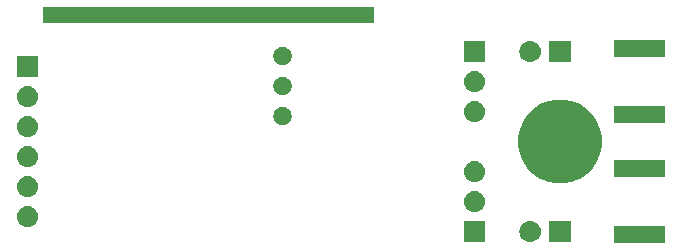
<source format=gbr>
G04 #@! TF.GenerationSoftware,KiCad,Pcbnew,5.1.4-e60b266~84~ubuntu18.04.1*
G04 #@! TF.CreationDate,2019-09-09T22:27:04+10:00*
G04 #@! TF.ProjectId,comparator,636f6d70-6172-4617-946f-722e6b696361,21/06/19*
G04 #@! TF.SameCoordinates,Original*
G04 #@! TF.FileFunction,Soldermask,Bot*
G04 #@! TF.FilePolarity,Negative*
%FSLAX46Y46*%
G04 Gerber Fmt 4.6, Leading zero omitted, Abs format (unit mm)*
G04 Created by KiCad (PCBNEW 5.1.4-e60b266~84~ubuntu18.04.1) date 2019-09-09 22:27:04*
%MOMM*%
%LPD*%
G04 APERTURE LIST*
%ADD10C,0.100000*%
G04 APERTURE END LIST*
D10*
G36*
X153035000Y-87630000D02*
G01*
X125095000Y-87630000D01*
X125095000Y-86360000D01*
X153035000Y-86360000D01*
X153035000Y-87630000D01*
G37*
X153035000Y-87630000D02*
X125095000Y-87630000D01*
X125095000Y-86360000D01*
X153035000Y-86360000D01*
X153035000Y-87630000D01*
G36*
X177792000Y-106421000D02*
G01*
X173490000Y-106421000D01*
X173490000Y-104969000D01*
X177792000Y-104969000D01*
X177792000Y-106421000D01*
X177792000Y-106421000D01*
G37*
G36*
X169811000Y-106311000D02*
G01*
X168009000Y-106311000D01*
X168009000Y-104509000D01*
X169811000Y-104509000D01*
X169811000Y-106311000D01*
X169811000Y-106311000D01*
G37*
G36*
X166480443Y-104515519D02*
G01*
X166546627Y-104522037D01*
X166716466Y-104573557D01*
X166872991Y-104657222D01*
X166908729Y-104686552D01*
X167010186Y-104769814D01*
X167093448Y-104871271D01*
X167122778Y-104907009D01*
X167206443Y-105063534D01*
X167257963Y-105233373D01*
X167275359Y-105410000D01*
X167257963Y-105586627D01*
X167206443Y-105756466D01*
X167122778Y-105912991D01*
X167093448Y-105948729D01*
X167010186Y-106050186D01*
X166908729Y-106133448D01*
X166872991Y-106162778D01*
X166716466Y-106246443D01*
X166546627Y-106297963D01*
X166480442Y-106304482D01*
X166414260Y-106311000D01*
X166325740Y-106311000D01*
X166259558Y-106304482D01*
X166193373Y-106297963D01*
X166023534Y-106246443D01*
X165867009Y-106162778D01*
X165831271Y-106133448D01*
X165729814Y-106050186D01*
X165646552Y-105948729D01*
X165617222Y-105912991D01*
X165533557Y-105756466D01*
X165482037Y-105586627D01*
X165464641Y-105410000D01*
X165482037Y-105233373D01*
X165533557Y-105063534D01*
X165617222Y-104907009D01*
X165646552Y-104871271D01*
X165729814Y-104769814D01*
X165831271Y-104686552D01*
X165867009Y-104657222D01*
X166023534Y-104573557D01*
X166193373Y-104522037D01*
X166259557Y-104515519D01*
X166325740Y-104509000D01*
X166414260Y-104509000D01*
X166480443Y-104515519D01*
X166480443Y-104515519D01*
G37*
G36*
X162572000Y-106311000D02*
G01*
X160770000Y-106311000D01*
X160770000Y-104509000D01*
X162572000Y-104509000D01*
X162572000Y-106311000D01*
X162572000Y-106311000D01*
G37*
G36*
X123935443Y-103245519D02*
G01*
X124001627Y-103252037D01*
X124171466Y-103303557D01*
X124327991Y-103387222D01*
X124363729Y-103416552D01*
X124465186Y-103499814D01*
X124548448Y-103601271D01*
X124577778Y-103637009D01*
X124661443Y-103793534D01*
X124712963Y-103963373D01*
X124730359Y-104140000D01*
X124712963Y-104316627D01*
X124661443Y-104486466D01*
X124577778Y-104642991D01*
X124548448Y-104678729D01*
X124465186Y-104780186D01*
X124363729Y-104863448D01*
X124327991Y-104892778D01*
X124171466Y-104976443D01*
X124001627Y-105027963D01*
X123935442Y-105034482D01*
X123869260Y-105041000D01*
X123780740Y-105041000D01*
X123714557Y-105034481D01*
X123648373Y-105027963D01*
X123478534Y-104976443D01*
X123322009Y-104892778D01*
X123286271Y-104863448D01*
X123184814Y-104780186D01*
X123101552Y-104678729D01*
X123072222Y-104642991D01*
X122988557Y-104486466D01*
X122937037Y-104316627D01*
X122919641Y-104140000D01*
X122937037Y-103963373D01*
X122988557Y-103793534D01*
X123072222Y-103637009D01*
X123101552Y-103601271D01*
X123184814Y-103499814D01*
X123286271Y-103416552D01*
X123322009Y-103387222D01*
X123478534Y-103303557D01*
X123648373Y-103252037D01*
X123714558Y-103245518D01*
X123780740Y-103239000D01*
X123869260Y-103239000D01*
X123935443Y-103245519D01*
X123935443Y-103245519D01*
G37*
G36*
X161781442Y-101975518D02*
G01*
X161847627Y-101982037D01*
X162017466Y-102033557D01*
X162173991Y-102117222D01*
X162209729Y-102146552D01*
X162311186Y-102229814D01*
X162394448Y-102331271D01*
X162423778Y-102367009D01*
X162507443Y-102523534D01*
X162558963Y-102693373D01*
X162576359Y-102870000D01*
X162558963Y-103046627D01*
X162507443Y-103216466D01*
X162423778Y-103372991D01*
X162394448Y-103408729D01*
X162311186Y-103510186D01*
X162209729Y-103593448D01*
X162173991Y-103622778D01*
X162017466Y-103706443D01*
X161847627Y-103757963D01*
X161781443Y-103764481D01*
X161715260Y-103771000D01*
X161626740Y-103771000D01*
X161560557Y-103764481D01*
X161494373Y-103757963D01*
X161324534Y-103706443D01*
X161168009Y-103622778D01*
X161132271Y-103593448D01*
X161030814Y-103510186D01*
X160947552Y-103408729D01*
X160918222Y-103372991D01*
X160834557Y-103216466D01*
X160783037Y-103046627D01*
X160765641Y-102870000D01*
X160783037Y-102693373D01*
X160834557Y-102523534D01*
X160918222Y-102367009D01*
X160947552Y-102331271D01*
X161030814Y-102229814D01*
X161132271Y-102146552D01*
X161168009Y-102117222D01*
X161324534Y-102033557D01*
X161494373Y-101982037D01*
X161560558Y-101975518D01*
X161626740Y-101969000D01*
X161715260Y-101969000D01*
X161781442Y-101975518D01*
X161781442Y-101975518D01*
G37*
G36*
X123935443Y-100705519D02*
G01*
X124001627Y-100712037D01*
X124171466Y-100763557D01*
X124327991Y-100847222D01*
X124350872Y-100866000D01*
X124465186Y-100959814D01*
X124548448Y-101061271D01*
X124577778Y-101097009D01*
X124661443Y-101253534D01*
X124712963Y-101423373D01*
X124730359Y-101600000D01*
X124712963Y-101776627D01*
X124661443Y-101946466D01*
X124577778Y-102102991D01*
X124548448Y-102138729D01*
X124465186Y-102240186D01*
X124363729Y-102323448D01*
X124327991Y-102352778D01*
X124171466Y-102436443D01*
X124001627Y-102487963D01*
X123935442Y-102494482D01*
X123869260Y-102501000D01*
X123780740Y-102501000D01*
X123714558Y-102494482D01*
X123648373Y-102487963D01*
X123478534Y-102436443D01*
X123322009Y-102352778D01*
X123286271Y-102323448D01*
X123184814Y-102240186D01*
X123101552Y-102138729D01*
X123072222Y-102102991D01*
X122988557Y-101946466D01*
X122937037Y-101776627D01*
X122919641Y-101600000D01*
X122937037Y-101423373D01*
X122988557Y-101253534D01*
X123072222Y-101097009D01*
X123101552Y-101061271D01*
X123184814Y-100959814D01*
X123299128Y-100866000D01*
X123322009Y-100847222D01*
X123478534Y-100763557D01*
X123648373Y-100712037D01*
X123714557Y-100705519D01*
X123780740Y-100699000D01*
X123869260Y-100699000D01*
X123935443Y-100705519D01*
X123935443Y-100705519D01*
G37*
G36*
X169945787Y-94375462D02*
G01*
X169945790Y-94375463D01*
X169945789Y-94375463D01*
X170592029Y-94643144D01*
X171173631Y-95031758D01*
X171668242Y-95526369D01*
X172056856Y-96107971D01*
X172227524Y-96520000D01*
X172324538Y-96754213D01*
X172461000Y-97440256D01*
X172461000Y-98139744D01*
X172324538Y-98825787D01*
X172324537Y-98825789D01*
X172056856Y-99472029D01*
X171668242Y-100053631D01*
X171173631Y-100548242D01*
X170592029Y-100936856D01*
X170239739Y-101082779D01*
X169945787Y-101204538D01*
X169259744Y-101341000D01*
X168560256Y-101341000D01*
X167874213Y-101204538D01*
X167580261Y-101082779D01*
X167227971Y-100936856D01*
X166646369Y-100548242D01*
X166151758Y-100053631D01*
X165763144Y-99472029D01*
X165495463Y-98825789D01*
X165495462Y-98825787D01*
X165359000Y-98139744D01*
X165359000Y-97440256D01*
X165495462Y-96754213D01*
X165592476Y-96520000D01*
X165763144Y-96107971D01*
X166151758Y-95526369D01*
X166646369Y-95031758D01*
X167227971Y-94643144D01*
X167874211Y-94375463D01*
X167874210Y-94375463D01*
X167874213Y-94375462D01*
X168560256Y-94239000D01*
X169259744Y-94239000D01*
X169945787Y-94375462D01*
X169945787Y-94375462D01*
G37*
G36*
X161781443Y-99435519D02*
G01*
X161847627Y-99442037D01*
X162017466Y-99493557D01*
X162173991Y-99577222D01*
X162203860Y-99601735D01*
X162311186Y-99689814D01*
X162383317Y-99777707D01*
X162423778Y-99827009D01*
X162507443Y-99983534D01*
X162558963Y-100153373D01*
X162576359Y-100330000D01*
X162558963Y-100506627D01*
X162507443Y-100676466D01*
X162423778Y-100832991D01*
X162410912Y-100848668D01*
X162311186Y-100970186D01*
X162209729Y-101053448D01*
X162173991Y-101082778D01*
X162017466Y-101166443D01*
X161847627Y-101217963D01*
X161781443Y-101224481D01*
X161715260Y-101231000D01*
X161626740Y-101231000D01*
X161560558Y-101224482D01*
X161494373Y-101217963D01*
X161324534Y-101166443D01*
X161168009Y-101082778D01*
X161132271Y-101053448D01*
X161030814Y-100970186D01*
X160931088Y-100848668D01*
X160918222Y-100832991D01*
X160834557Y-100676466D01*
X160783037Y-100506627D01*
X160765641Y-100330000D01*
X160783037Y-100153373D01*
X160834557Y-99983534D01*
X160918222Y-99827009D01*
X160958683Y-99777707D01*
X161030814Y-99689814D01*
X161138140Y-99601735D01*
X161168009Y-99577222D01*
X161324534Y-99493557D01*
X161494373Y-99442037D01*
X161560558Y-99435518D01*
X161626740Y-99429000D01*
X161715260Y-99429000D01*
X161781443Y-99435519D01*
X161781443Y-99435519D01*
G37*
G36*
X177792000Y-100771000D02*
G01*
X173490000Y-100771000D01*
X173490000Y-99319000D01*
X177792000Y-99319000D01*
X177792000Y-100771000D01*
X177792000Y-100771000D01*
G37*
G36*
X123935443Y-98165519D02*
G01*
X124001627Y-98172037D01*
X124171466Y-98223557D01*
X124327991Y-98307222D01*
X124363729Y-98336552D01*
X124465186Y-98419814D01*
X124548448Y-98521271D01*
X124577778Y-98557009D01*
X124661443Y-98713534D01*
X124712963Y-98883373D01*
X124730359Y-99060000D01*
X124712963Y-99236627D01*
X124661443Y-99406466D01*
X124577778Y-99562991D01*
X124548448Y-99598729D01*
X124465186Y-99700186D01*
X124370725Y-99777707D01*
X124327991Y-99812778D01*
X124171466Y-99896443D01*
X124001627Y-99947963D01*
X123935443Y-99954481D01*
X123869260Y-99961000D01*
X123780740Y-99961000D01*
X123714557Y-99954481D01*
X123648373Y-99947963D01*
X123478534Y-99896443D01*
X123322009Y-99812778D01*
X123279275Y-99777707D01*
X123184814Y-99700186D01*
X123101552Y-99598729D01*
X123072222Y-99562991D01*
X122988557Y-99406466D01*
X122937037Y-99236627D01*
X122919641Y-99060000D01*
X122937037Y-98883373D01*
X122988557Y-98713534D01*
X123072222Y-98557009D01*
X123101552Y-98521271D01*
X123184814Y-98419814D01*
X123286271Y-98336552D01*
X123322009Y-98307222D01*
X123478534Y-98223557D01*
X123648373Y-98172037D01*
X123714557Y-98165519D01*
X123780740Y-98159000D01*
X123869260Y-98159000D01*
X123935443Y-98165519D01*
X123935443Y-98165519D01*
G37*
G36*
X123935442Y-95625518D02*
G01*
X124001627Y-95632037D01*
X124171466Y-95683557D01*
X124327991Y-95767222D01*
X124363729Y-95796552D01*
X124465186Y-95879814D01*
X124545981Y-95978265D01*
X124577778Y-96017009D01*
X124661443Y-96173534D01*
X124712963Y-96343373D01*
X124730359Y-96520000D01*
X124712963Y-96696627D01*
X124661443Y-96866466D01*
X124577778Y-97022991D01*
X124548448Y-97058729D01*
X124465186Y-97160186D01*
X124363729Y-97243448D01*
X124327991Y-97272778D01*
X124171466Y-97356443D01*
X124001627Y-97407963D01*
X123935442Y-97414482D01*
X123869260Y-97421000D01*
X123780740Y-97421000D01*
X123714558Y-97414482D01*
X123648373Y-97407963D01*
X123478534Y-97356443D01*
X123322009Y-97272778D01*
X123286271Y-97243448D01*
X123184814Y-97160186D01*
X123101552Y-97058729D01*
X123072222Y-97022991D01*
X122988557Y-96866466D01*
X122937037Y-96696627D01*
X122919641Y-96520000D01*
X122937037Y-96343373D01*
X122988557Y-96173534D01*
X123072222Y-96017009D01*
X123104019Y-95978265D01*
X123184814Y-95879814D01*
X123286271Y-95796552D01*
X123322009Y-95767222D01*
X123478534Y-95683557D01*
X123648373Y-95632037D01*
X123714558Y-95625518D01*
X123780740Y-95619000D01*
X123869260Y-95619000D01*
X123935442Y-95625518D01*
X123935442Y-95625518D01*
G37*
G36*
X145530970Y-94867963D02*
G01*
X145639893Y-94889629D01*
X145780206Y-94947748D01*
X145906484Y-95032125D01*
X146013875Y-95139516D01*
X146098252Y-95265794D01*
X146156371Y-95406107D01*
X146165598Y-95452496D01*
X146180293Y-95526369D01*
X146186000Y-95555063D01*
X146186000Y-95706937D01*
X146156371Y-95855893D01*
X146098252Y-95996206D01*
X146013875Y-96122484D01*
X145906484Y-96229875D01*
X145780206Y-96314252D01*
X145639893Y-96372371D01*
X145540589Y-96392124D01*
X145490938Y-96402000D01*
X145339062Y-96402000D01*
X145289411Y-96392124D01*
X145190107Y-96372371D01*
X145049794Y-96314252D01*
X144923516Y-96229875D01*
X144816125Y-96122484D01*
X144731748Y-95996206D01*
X144673629Y-95855893D01*
X144644000Y-95706937D01*
X144644000Y-95555063D01*
X144649708Y-95526369D01*
X144664402Y-95452496D01*
X144673629Y-95406107D01*
X144731748Y-95265794D01*
X144816125Y-95139516D01*
X144923516Y-95032125D01*
X145049794Y-94947748D01*
X145190107Y-94889629D01*
X145299030Y-94867963D01*
X145339062Y-94860000D01*
X145490938Y-94860000D01*
X145530970Y-94867963D01*
X145530970Y-94867963D01*
G37*
G36*
X177792000Y-96261000D02*
G01*
X173490000Y-96261000D01*
X173490000Y-94809000D01*
X177792000Y-94809000D01*
X177792000Y-96261000D01*
X177792000Y-96261000D01*
G37*
G36*
X161781442Y-94355518D02*
G01*
X161847627Y-94362037D01*
X162017466Y-94413557D01*
X162173991Y-94497222D01*
X162209729Y-94526552D01*
X162311186Y-94609814D01*
X162394448Y-94711271D01*
X162423778Y-94747009D01*
X162507443Y-94903534D01*
X162558963Y-95073373D01*
X162576359Y-95250000D01*
X162558963Y-95426627D01*
X162507443Y-95596466D01*
X162423778Y-95752991D01*
X162394448Y-95788729D01*
X162311186Y-95890186D01*
X162209729Y-95973448D01*
X162173991Y-96002778D01*
X162017466Y-96086443D01*
X161847627Y-96137963D01*
X161781443Y-96144481D01*
X161715260Y-96151000D01*
X161626740Y-96151000D01*
X161560558Y-96144482D01*
X161494373Y-96137963D01*
X161324534Y-96086443D01*
X161168009Y-96002778D01*
X161132271Y-95973448D01*
X161030814Y-95890186D01*
X160947552Y-95788729D01*
X160918222Y-95752991D01*
X160834557Y-95596466D01*
X160783037Y-95426627D01*
X160765641Y-95250000D01*
X160783037Y-95073373D01*
X160834557Y-94903534D01*
X160918222Y-94747009D01*
X160947552Y-94711271D01*
X161030814Y-94609814D01*
X161132271Y-94526552D01*
X161168009Y-94497222D01*
X161324534Y-94413557D01*
X161494373Y-94362037D01*
X161560557Y-94355519D01*
X161626740Y-94349000D01*
X161715260Y-94349000D01*
X161781442Y-94355518D01*
X161781442Y-94355518D01*
G37*
G36*
X123935443Y-93085519D02*
G01*
X124001627Y-93092037D01*
X124171466Y-93143557D01*
X124327991Y-93227222D01*
X124363729Y-93256552D01*
X124465186Y-93339814D01*
X124548448Y-93441271D01*
X124577778Y-93477009D01*
X124661443Y-93633534D01*
X124712963Y-93803373D01*
X124730359Y-93980000D01*
X124712963Y-94156627D01*
X124661443Y-94326466D01*
X124577778Y-94482991D01*
X124548448Y-94518729D01*
X124465186Y-94620186D01*
X124363729Y-94703448D01*
X124327991Y-94732778D01*
X124171466Y-94816443D01*
X124001627Y-94867963D01*
X123935443Y-94874481D01*
X123869260Y-94881000D01*
X123780740Y-94881000D01*
X123714557Y-94874481D01*
X123648373Y-94867963D01*
X123478534Y-94816443D01*
X123322009Y-94732778D01*
X123286271Y-94703448D01*
X123184814Y-94620186D01*
X123101552Y-94518729D01*
X123072222Y-94482991D01*
X122988557Y-94326466D01*
X122937037Y-94156627D01*
X122919641Y-93980000D01*
X122937037Y-93803373D01*
X122988557Y-93633534D01*
X123072222Y-93477009D01*
X123101552Y-93441271D01*
X123184814Y-93339814D01*
X123286271Y-93256552D01*
X123322009Y-93227222D01*
X123478534Y-93143557D01*
X123648373Y-93092037D01*
X123714557Y-93085519D01*
X123780740Y-93079000D01*
X123869260Y-93079000D01*
X123935443Y-93085519D01*
X123935443Y-93085519D01*
G37*
G36*
X145540589Y-92329876D02*
G01*
X145639893Y-92349629D01*
X145780206Y-92407748D01*
X145906484Y-92492125D01*
X146013875Y-92599516D01*
X146098252Y-92725794D01*
X146156371Y-92866107D01*
X146186000Y-93015063D01*
X146186000Y-93166937D01*
X146156371Y-93315893D01*
X146098252Y-93456206D01*
X146013875Y-93582484D01*
X145906484Y-93689875D01*
X145780206Y-93774252D01*
X145639893Y-93832371D01*
X145540589Y-93852124D01*
X145490938Y-93862000D01*
X145339062Y-93862000D01*
X145289411Y-93852124D01*
X145190107Y-93832371D01*
X145049794Y-93774252D01*
X144923516Y-93689875D01*
X144816125Y-93582484D01*
X144731748Y-93456206D01*
X144673629Y-93315893D01*
X144644000Y-93166937D01*
X144644000Y-93015063D01*
X144673629Y-92866107D01*
X144731748Y-92725794D01*
X144816125Y-92599516D01*
X144923516Y-92492125D01*
X145049794Y-92407748D01*
X145190107Y-92349629D01*
X145289411Y-92329876D01*
X145339062Y-92320000D01*
X145490938Y-92320000D01*
X145540589Y-92329876D01*
X145540589Y-92329876D01*
G37*
G36*
X161781442Y-91815518D02*
G01*
X161847627Y-91822037D01*
X162017466Y-91873557D01*
X162173991Y-91957222D01*
X162209729Y-91986552D01*
X162311186Y-92069814D01*
X162394448Y-92171271D01*
X162423778Y-92207009D01*
X162507443Y-92363534D01*
X162558963Y-92533373D01*
X162576359Y-92710000D01*
X162558963Y-92886627D01*
X162507443Y-93056466D01*
X162423778Y-93212991D01*
X162394448Y-93248729D01*
X162311186Y-93350186D01*
X162209729Y-93433448D01*
X162173991Y-93462778D01*
X162017466Y-93546443D01*
X161847627Y-93597963D01*
X161781442Y-93604482D01*
X161715260Y-93611000D01*
X161626740Y-93611000D01*
X161560557Y-93604481D01*
X161494373Y-93597963D01*
X161324534Y-93546443D01*
X161168009Y-93462778D01*
X161132271Y-93433448D01*
X161030814Y-93350186D01*
X160947552Y-93248729D01*
X160918222Y-93212991D01*
X160834557Y-93056466D01*
X160783037Y-92886627D01*
X160765641Y-92710000D01*
X160783037Y-92533373D01*
X160834557Y-92363534D01*
X160918222Y-92207009D01*
X160947552Y-92171271D01*
X161030814Y-92069814D01*
X161132271Y-91986552D01*
X161168009Y-91957222D01*
X161324534Y-91873557D01*
X161494373Y-91822037D01*
X161560558Y-91815518D01*
X161626740Y-91809000D01*
X161715260Y-91809000D01*
X161781442Y-91815518D01*
X161781442Y-91815518D01*
G37*
G36*
X124726000Y-92341000D02*
G01*
X122924000Y-92341000D01*
X122924000Y-90539000D01*
X124726000Y-90539000D01*
X124726000Y-92341000D01*
X124726000Y-92341000D01*
G37*
G36*
X145540589Y-89789876D02*
G01*
X145639893Y-89809629D01*
X145780206Y-89867748D01*
X145906484Y-89952125D01*
X146013875Y-90059516D01*
X146098252Y-90185794D01*
X146156371Y-90326107D01*
X146186000Y-90475063D01*
X146186000Y-90626937D01*
X146156371Y-90775893D01*
X146098252Y-90916206D01*
X146013875Y-91042484D01*
X145906484Y-91149875D01*
X145780206Y-91234252D01*
X145639893Y-91292371D01*
X145540589Y-91312124D01*
X145490938Y-91322000D01*
X145339062Y-91322000D01*
X145289411Y-91312124D01*
X145190107Y-91292371D01*
X145049794Y-91234252D01*
X144923516Y-91149875D01*
X144816125Y-91042484D01*
X144731748Y-90916206D01*
X144673629Y-90775893D01*
X144644000Y-90626937D01*
X144644000Y-90475063D01*
X144673629Y-90326107D01*
X144731748Y-90185794D01*
X144816125Y-90059516D01*
X144923516Y-89952125D01*
X145049794Y-89867748D01*
X145190107Y-89809629D01*
X145289411Y-89789876D01*
X145339062Y-89780000D01*
X145490938Y-89780000D01*
X145540589Y-89789876D01*
X145540589Y-89789876D01*
G37*
G36*
X169811000Y-91071000D02*
G01*
X168009000Y-91071000D01*
X168009000Y-89269000D01*
X169811000Y-89269000D01*
X169811000Y-91071000D01*
X169811000Y-91071000D01*
G37*
G36*
X166480443Y-89275519D02*
G01*
X166546627Y-89282037D01*
X166716466Y-89333557D01*
X166872991Y-89417222D01*
X166908729Y-89446552D01*
X167010186Y-89529814D01*
X167093448Y-89631271D01*
X167122778Y-89667009D01*
X167206443Y-89823534D01*
X167257963Y-89993373D01*
X167275359Y-90170000D01*
X167257963Y-90346627D01*
X167206443Y-90516466D01*
X167122778Y-90672991D01*
X167093448Y-90708729D01*
X167010186Y-90810186D01*
X166908729Y-90893448D01*
X166872991Y-90922778D01*
X166716466Y-91006443D01*
X166546627Y-91057963D01*
X166480442Y-91064482D01*
X166414260Y-91071000D01*
X166325740Y-91071000D01*
X166259558Y-91064482D01*
X166193373Y-91057963D01*
X166023534Y-91006443D01*
X165867009Y-90922778D01*
X165831271Y-90893448D01*
X165729814Y-90810186D01*
X165646552Y-90708729D01*
X165617222Y-90672991D01*
X165533557Y-90516466D01*
X165482037Y-90346627D01*
X165464641Y-90170000D01*
X165482037Y-89993373D01*
X165533557Y-89823534D01*
X165617222Y-89667009D01*
X165646552Y-89631271D01*
X165729814Y-89529814D01*
X165831271Y-89446552D01*
X165867009Y-89417222D01*
X166023534Y-89333557D01*
X166193373Y-89282037D01*
X166259557Y-89275519D01*
X166325740Y-89269000D01*
X166414260Y-89269000D01*
X166480443Y-89275519D01*
X166480443Y-89275519D01*
G37*
G36*
X162572000Y-91071000D02*
G01*
X160770000Y-91071000D01*
X160770000Y-89269000D01*
X162572000Y-89269000D01*
X162572000Y-91071000D01*
X162572000Y-91071000D01*
G37*
G36*
X177792000Y-90611000D02*
G01*
X173490000Y-90611000D01*
X173490000Y-89159000D01*
X177792000Y-89159000D01*
X177792000Y-90611000D01*
X177792000Y-90611000D01*
G37*
M02*

</source>
